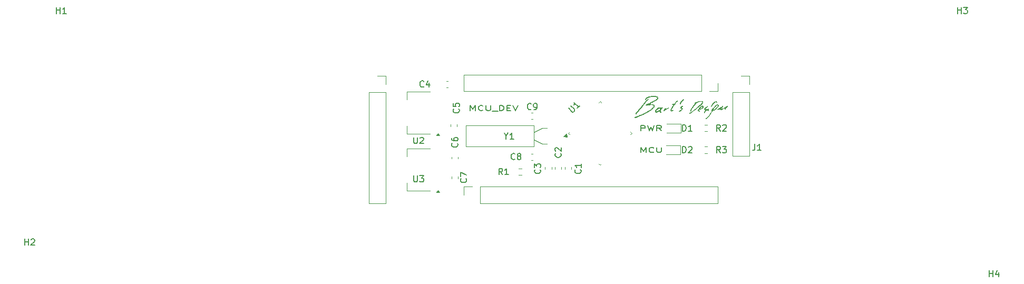
<source format=gbr>
%TF.GenerationSoftware,KiCad,Pcbnew,8.0.0-1.fc39*%
%TF.CreationDate,2024-05-13T23:19:07+02:00*%
%TF.ProjectId,mcu_dev,6d63755f-6465-4762-9e6b-696361645f70,rev?*%
%TF.SameCoordinates,Original*%
%TF.FileFunction,Legend,Top*%
%TF.FilePolarity,Positive*%
%FSLAX46Y46*%
G04 Gerber Fmt 4.6, Leading zero omitted, Abs format (unit mm)*
G04 Created by KiCad (PCBNEW 8.0.0-1.fc39) date 2024-05-13 23:19:07*
%MOMM*%
%LPD*%
G01*
G04 APERTURE LIST*
%ADD10C,0.200000*%
%ADD11C,0.150000*%
%ADD12C,0.120000*%
%ADD13C,0.000000*%
G04 APERTURE END LIST*
D10*
X157135292Y-95649695D02*
X157135292Y-94849695D01*
X157135292Y-94849695D02*
X157535292Y-95421123D01*
X157535292Y-95421123D02*
X157935292Y-94849695D01*
X157935292Y-94849695D02*
X157935292Y-95649695D01*
X159192435Y-95573504D02*
X159135292Y-95611600D01*
X159135292Y-95611600D02*
X158963864Y-95649695D01*
X158963864Y-95649695D02*
X158849578Y-95649695D01*
X158849578Y-95649695D02*
X158678149Y-95611600D01*
X158678149Y-95611600D02*
X158563864Y-95535409D01*
X158563864Y-95535409D02*
X158506721Y-95459219D01*
X158506721Y-95459219D02*
X158449578Y-95306838D01*
X158449578Y-95306838D02*
X158449578Y-95192552D01*
X158449578Y-95192552D02*
X158506721Y-95040171D01*
X158506721Y-95040171D02*
X158563864Y-94963980D01*
X158563864Y-94963980D02*
X158678149Y-94887790D01*
X158678149Y-94887790D02*
X158849578Y-94849695D01*
X158849578Y-94849695D02*
X158963864Y-94849695D01*
X158963864Y-94849695D02*
X159135292Y-94887790D01*
X159135292Y-94887790D02*
X159192435Y-94925885D01*
X159706721Y-94849695D02*
X159706721Y-95497314D01*
X159706721Y-95497314D02*
X159763864Y-95573504D01*
X159763864Y-95573504D02*
X159821007Y-95611600D01*
X159821007Y-95611600D02*
X159935292Y-95649695D01*
X159935292Y-95649695D02*
X160163864Y-95649695D01*
X160163864Y-95649695D02*
X160278149Y-95611600D01*
X160278149Y-95611600D02*
X160335292Y-95573504D01*
X160335292Y-95573504D02*
X160392435Y-95497314D01*
X160392435Y-95497314D02*
X160392435Y-94849695D01*
X160678150Y-95725885D02*
X161592435Y-95725885D01*
X161878150Y-95649695D02*
X161878150Y-94849695D01*
X161878150Y-94849695D02*
X162163864Y-94849695D01*
X162163864Y-94849695D02*
X162335293Y-94887790D01*
X162335293Y-94887790D02*
X162449578Y-94963980D01*
X162449578Y-94963980D02*
X162506721Y-95040171D01*
X162506721Y-95040171D02*
X162563864Y-95192552D01*
X162563864Y-95192552D02*
X162563864Y-95306838D01*
X162563864Y-95306838D02*
X162506721Y-95459219D01*
X162506721Y-95459219D02*
X162449578Y-95535409D01*
X162449578Y-95535409D02*
X162335293Y-95611600D01*
X162335293Y-95611600D02*
X162163864Y-95649695D01*
X162163864Y-95649695D02*
X161878150Y-95649695D01*
X163078150Y-95230647D02*
X163478150Y-95230647D01*
X163649578Y-95649695D02*
X163078150Y-95649695D01*
X163078150Y-95649695D02*
X163078150Y-94849695D01*
X163078150Y-94849695D02*
X163649578Y-94849695D01*
X163992435Y-94849695D02*
X164392435Y-95649695D01*
X164392435Y-95649695D02*
X164792435Y-94849695D01*
X184567292Y-98891695D02*
X184567292Y-98091695D01*
X184567292Y-98091695D02*
X185024435Y-98091695D01*
X185024435Y-98091695D02*
X185138720Y-98129790D01*
X185138720Y-98129790D02*
X185195863Y-98167885D01*
X185195863Y-98167885D02*
X185253006Y-98244076D01*
X185253006Y-98244076D02*
X185253006Y-98358361D01*
X185253006Y-98358361D02*
X185195863Y-98434552D01*
X185195863Y-98434552D02*
X185138720Y-98472647D01*
X185138720Y-98472647D02*
X185024435Y-98510742D01*
X185024435Y-98510742D02*
X184567292Y-98510742D01*
X185653006Y-98091695D02*
X185938720Y-98891695D01*
X185938720Y-98891695D02*
X186167292Y-98320266D01*
X186167292Y-98320266D02*
X186395863Y-98891695D01*
X186395863Y-98891695D02*
X186681578Y-98091695D01*
X187824435Y-98891695D02*
X187424435Y-98510742D01*
X187138721Y-98891695D02*
X187138721Y-98091695D01*
X187138721Y-98091695D02*
X187595864Y-98091695D01*
X187595864Y-98091695D02*
X187710149Y-98129790D01*
X187710149Y-98129790D02*
X187767292Y-98167885D01*
X187767292Y-98167885D02*
X187824435Y-98244076D01*
X187824435Y-98244076D02*
X187824435Y-98358361D01*
X187824435Y-98358361D02*
X187767292Y-98434552D01*
X187767292Y-98434552D02*
X187710149Y-98472647D01*
X187710149Y-98472647D02*
X187595864Y-98510742D01*
X187595864Y-98510742D02*
X187138721Y-98510742D01*
X184567292Y-102391695D02*
X184567292Y-101591695D01*
X184567292Y-101591695D02*
X184967292Y-102163123D01*
X184967292Y-102163123D02*
X185367292Y-101591695D01*
X185367292Y-101591695D02*
X185367292Y-102391695D01*
X186624435Y-102315504D02*
X186567292Y-102353600D01*
X186567292Y-102353600D02*
X186395864Y-102391695D01*
X186395864Y-102391695D02*
X186281578Y-102391695D01*
X186281578Y-102391695D02*
X186110149Y-102353600D01*
X186110149Y-102353600D02*
X185995864Y-102277409D01*
X185995864Y-102277409D02*
X185938721Y-102201219D01*
X185938721Y-102201219D02*
X185881578Y-102048838D01*
X185881578Y-102048838D02*
X185881578Y-101934552D01*
X185881578Y-101934552D02*
X185938721Y-101782171D01*
X185938721Y-101782171D02*
X185995864Y-101705980D01*
X185995864Y-101705980D02*
X186110149Y-101629790D01*
X186110149Y-101629790D02*
X186281578Y-101591695D01*
X186281578Y-101591695D02*
X186395864Y-101591695D01*
X186395864Y-101591695D02*
X186567292Y-101629790D01*
X186567292Y-101629790D02*
X186624435Y-101667885D01*
X187138721Y-101591695D02*
X187138721Y-102239314D01*
X187138721Y-102239314D02*
X187195864Y-102315504D01*
X187195864Y-102315504D02*
X187253007Y-102353600D01*
X187253007Y-102353600D02*
X187367292Y-102391695D01*
X187367292Y-102391695D02*
X187595864Y-102391695D01*
X187595864Y-102391695D02*
X187710149Y-102353600D01*
X187710149Y-102353600D02*
X187767292Y-102315504D01*
X187767292Y-102315504D02*
X187824435Y-102239314D01*
X187824435Y-102239314D02*
X187824435Y-101591695D01*
D11*
X240538095Y-122374819D02*
X240538095Y-121374819D01*
X240538095Y-121851009D02*
X241109523Y-121851009D01*
X241109523Y-122374819D02*
X241109523Y-121374819D01*
X242014285Y-121708152D02*
X242014285Y-122374819D01*
X241776190Y-121327200D02*
X241538095Y-122041485D01*
X241538095Y-122041485D02*
X242157142Y-122041485D01*
X235458095Y-80074819D02*
X235458095Y-79074819D01*
X235458095Y-79551009D02*
X236029523Y-79551009D01*
X236029523Y-80074819D02*
X236029523Y-79074819D01*
X236410476Y-79074819D02*
X237029523Y-79074819D01*
X237029523Y-79074819D02*
X236696190Y-79455771D01*
X236696190Y-79455771D02*
X236839047Y-79455771D01*
X236839047Y-79455771D02*
X236934285Y-79503390D01*
X236934285Y-79503390D02*
X236981904Y-79551009D01*
X236981904Y-79551009D02*
X237029523Y-79646247D01*
X237029523Y-79646247D02*
X237029523Y-79884342D01*
X237029523Y-79884342D02*
X236981904Y-79979580D01*
X236981904Y-79979580D02*
X236934285Y-80027200D01*
X236934285Y-80027200D02*
X236839047Y-80074819D01*
X236839047Y-80074819D02*
X236553333Y-80074819D01*
X236553333Y-80074819D02*
X236458095Y-80027200D01*
X236458095Y-80027200D02*
X236410476Y-79979580D01*
X85598095Y-117294819D02*
X85598095Y-116294819D01*
X85598095Y-116771009D02*
X86169523Y-116771009D01*
X86169523Y-117294819D02*
X86169523Y-116294819D01*
X86598095Y-116390057D02*
X86645714Y-116342438D01*
X86645714Y-116342438D02*
X86740952Y-116294819D01*
X86740952Y-116294819D02*
X86979047Y-116294819D01*
X86979047Y-116294819D02*
X87074285Y-116342438D01*
X87074285Y-116342438D02*
X87121904Y-116390057D01*
X87121904Y-116390057D02*
X87169523Y-116485295D01*
X87169523Y-116485295D02*
X87169523Y-116580533D01*
X87169523Y-116580533D02*
X87121904Y-116723390D01*
X87121904Y-116723390D02*
X86550476Y-117294819D01*
X86550476Y-117294819D02*
X87169523Y-117294819D01*
X90678095Y-80074819D02*
X90678095Y-79074819D01*
X90678095Y-79551009D02*
X91249523Y-79551009D01*
X91249523Y-80074819D02*
X91249523Y-79074819D01*
X92249523Y-80074819D02*
X91678095Y-80074819D01*
X91963809Y-80074819D02*
X91963809Y-79074819D01*
X91963809Y-79074819D02*
X91868571Y-79217676D01*
X91868571Y-79217676D02*
X91773333Y-79312914D01*
X91773333Y-79312914D02*
X91678095Y-79360533D01*
X174859580Y-105166666D02*
X174907200Y-105214285D01*
X174907200Y-105214285D02*
X174954819Y-105357142D01*
X174954819Y-105357142D02*
X174954819Y-105452380D01*
X174954819Y-105452380D02*
X174907200Y-105595237D01*
X174907200Y-105595237D02*
X174811961Y-105690475D01*
X174811961Y-105690475D02*
X174716723Y-105738094D01*
X174716723Y-105738094D02*
X174526247Y-105785713D01*
X174526247Y-105785713D02*
X174383390Y-105785713D01*
X174383390Y-105785713D02*
X174192914Y-105738094D01*
X174192914Y-105738094D02*
X174097676Y-105690475D01*
X174097676Y-105690475D02*
X174002438Y-105595237D01*
X174002438Y-105595237D02*
X173954819Y-105452380D01*
X173954819Y-105452380D02*
X173954819Y-105357142D01*
X173954819Y-105357142D02*
X174002438Y-105214285D01*
X174002438Y-105214285D02*
X174050057Y-105166666D01*
X174954819Y-104214285D02*
X174954819Y-104785713D01*
X174954819Y-104499999D02*
X173954819Y-104499999D01*
X173954819Y-104499999D02*
X174097676Y-104595237D01*
X174097676Y-104595237D02*
X174192914Y-104690475D01*
X174192914Y-104690475D02*
X174240533Y-104785713D01*
X197333333Y-102454819D02*
X197000000Y-101978628D01*
X196761905Y-102454819D02*
X196761905Y-101454819D01*
X196761905Y-101454819D02*
X197142857Y-101454819D01*
X197142857Y-101454819D02*
X197238095Y-101502438D01*
X197238095Y-101502438D02*
X197285714Y-101550057D01*
X197285714Y-101550057D02*
X197333333Y-101645295D01*
X197333333Y-101645295D02*
X197333333Y-101788152D01*
X197333333Y-101788152D02*
X197285714Y-101883390D01*
X197285714Y-101883390D02*
X197238095Y-101931009D01*
X197238095Y-101931009D02*
X197142857Y-101978628D01*
X197142857Y-101978628D02*
X196761905Y-101978628D01*
X197666667Y-101454819D02*
X198285714Y-101454819D01*
X198285714Y-101454819D02*
X197952381Y-101835771D01*
X197952381Y-101835771D02*
X198095238Y-101835771D01*
X198095238Y-101835771D02*
X198190476Y-101883390D01*
X198190476Y-101883390D02*
X198238095Y-101931009D01*
X198238095Y-101931009D02*
X198285714Y-102026247D01*
X198285714Y-102026247D02*
X198285714Y-102264342D01*
X198285714Y-102264342D02*
X198238095Y-102359580D01*
X198238095Y-102359580D02*
X198190476Y-102407200D01*
X198190476Y-102407200D02*
X198095238Y-102454819D01*
X198095238Y-102454819D02*
X197809524Y-102454819D01*
X197809524Y-102454819D02*
X197714286Y-102407200D01*
X197714286Y-102407200D02*
X197666667Y-102359580D01*
X155299580Y-95416666D02*
X155347200Y-95464285D01*
X155347200Y-95464285D02*
X155394819Y-95607142D01*
X155394819Y-95607142D02*
X155394819Y-95702380D01*
X155394819Y-95702380D02*
X155347200Y-95845237D01*
X155347200Y-95845237D02*
X155251961Y-95940475D01*
X155251961Y-95940475D02*
X155156723Y-95988094D01*
X155156723Y-95988094D02*
X154966247Y-96035713D01*
X154966247Y-96035713D02*
X154823390Y-96035713D01*
X154823390Y-96035713D02*
X154632914Y-95988094D01*
X154632914Y-95988094D02*
X154537676Y-95940475D01*
X154537676Y-95940475D02*
X154442438Y-95845237D01*
X154442438Y-95845237D02*
X154394819Y-95702380D01*
X154394819Y-95702380D02*
X154394819Y-95607142D01*
X154394819Y-95607142D02*
X154442438Y-95464285D01*
X154442438Y-95464285D02*
X154490057Y-95416666D01*
X154394819Y-94511904D02*
X154394819Y-94988094D01*
X154394819Y-94988094D02*
X154871009Y-95035713D01*
X154871009Y-95035713D02*
X154823390Y-94988094D01*
X154823390Y-94988094D02*
X154775771Y-94892856D01*
X154775771Y-94892856D02*
X154775771Y-94654761D01*
X154775771Y-94654761D02*
X154823390Y-94559523D01*
X154823390Y-94559523D02*
X154871009Y-94511904D01*
X154871009Y-94511904D02*
X154966247Y-94464285D01*
X154966247Y-94464285D02*
X155204342Y-94464285D01*
X155204342Y-94464285D02*
X155299580Y-94511904D01*
X155299580Y-94511904D02*
X155347200Y-94559523D01*
X155347200Y-94559523D02*
X155394819Y-94654761D01*
X155394819Y-94654761D02*
X155394819Y-94892856D01*
X155394819Y-94892856D02*
X155347200Y-94988094D01*
X155347200Y-94988094D02*
X155299580Y-95035713D01*
X202866666Y-101054819D02*
X202866666Y-101769104D01*
X202866666Y-101769104D02*
X202819047Y-101911961D01*
X202819047Y-101911961D02*
X202723809Y-102007200D01*
X202723809Y-102007200D02*
X202580952Y-102054819D01*
X202580952Y-102054819D02*
X202485714Y-102054819D01*
X203866666Y-102054819D02*
X203295238Y-102054819D01*
X203580952Y-102054819D02*
X203580952Y-101054819D01*
X203580952Y-101054819D02*
X203485714Y-101197676D01*
X203485714Y-101197676D02*
X203390476Y-101292914D01*
X203390476Y-101292914D02*
X203295238Y-101340533D01*
X155058580Y-100917666D02*
X155106200Y-100965285D01*
X155106200Y-100965285D02*
X155153819Y-101108142D01*
X155153819Y-101108142D02*
X155153819Y-101203380D01*
X155153819Y-101203380D02*
X155106200Y-101346237D01*
X155106200Y-101346237D02*
X155010961Y-101441475D01*
X155010961Y-101441475D02*
X154915723Y-101489094D01*
X154915723Y-101489094D02*
X154725247Y-101536713D01*
X154725247Y-101536713D02*
X154582390Y-101536713D01*
X154582390Y-101536713D02*
X154391914Y-101489094D01*
X154391914Y-101489094D02*
X154296676Y-101441475D01*
X154296676Y-101441475D02*
X154201438Y-101346237D01*
X154201438Y-101346237D02*
X154153819Y-101203380D01*
X154153819Y-101203380D02*
X154153819Y-101108142D01*
X154153819Y-101108142D02*
X154201438Y-100965285D01*
X154201438Y-100965285D02*
X154249057Y-100917666D01*
X154153819Y-100060523D02*
X154153819Y-100250999D01*
X154153819Y-100250999D02*
X154201438Y-100346237D01*
X154201438Y-100346237D02*
X154249057Y-100393856D01*
X154249057Y-100393856D02*
X154391914Y-100489094D01*
X154391914Y-100489094D02*
X154582390Y-100536713D01*
X154582390Y-100536713D02*
X154963342Y-100536713D01*
X154963342Y-100536713D02*
X155058580Y-100489094D01*
X155058580Y-100489094D02*
X155106200Y-100441475D01*
X155106200Y-100441475D02*
X155153819Y-100346237D01*
X155153819Y-100346237D02*
X155153819Y-100155761D01*
X155153819Y-100155761D02*
X155106200Y-100060523D01*
X155106200Y-100060523D02*
X155058580Y-100012904D01*
X155058580Y-100012904D02*
X154963342Y-99965285D01*
X154963342Y-99965285D02*
X154725247Y-99965285D01*
X154725247Y-99965285D02*
X154630009Y-100012904D01*
X154630009Y-100012904D02*
X154582390Y-100060523D01*
X154582390Y-100060523D02*
X154534771Y-100155761D01*
X154534771Y-100155761D02*
X154534771Y-100346237D01*
X154534771Y-100346237D02*
X154582390Y-100441475D01*
X154582390Y-100441475D02*
X154630009Y-100489094D01*
X154630009Y-100489094D02*
X154725247Y-100536713D01*
X172917962Y-95295458D02*
X173490382Y-95867878D01*
X173490382Y-95867878D02*
X173591397Y-95901550D01*
X173591397Y-95901550D02*
X173658741Y-95901550D01*
X173658741Y-95901550D02*
X173759756Y-95867878D01*
X173759756Y-95867878D02*
X173894443Y-95733191D01*
X173894443Y-95733191D02*
X173928115Y-95632176D01*
X173928115Y-95632176D02*
X173928115Y-95564832D01*
X173928115Y-95564832D02*
X173894443Y-95463817D01*
X173894443Y-95463817D02*
X173322023Y-94891397D01*
X174736237Y-94891397D02*
X174332176Y-95295458D01*
X174534206Y-95093428D02*
X173827100Y-94386321D01*
X173827100Y-94386321D02*
X173860771Y-94554680D01*
X173860771Y-94554680D02*
X173860771Y-94689367D01*
X173860771Y-94689367D02*
X173827100Y-94790382D01*
X149693333Y-91799580D02*
X149645714Y-91847200D01*
X149645714Y-91847200D02*
X149502857Y-91894819D01*
X149502857Y-91894819D02*
X149407619Y-91894819D01*
X149407619Y-91894819D02*
X149264762Y-91847200D01*
X149264762Y-91847200D02*
X149169524Y-91751961D01*
X149169524Y-91751961D02*
X149121905Y-91656723D01*
X149121905Y-91656723D02*
X149074286Y-91466247D01*
X149074286Y-91466247D02*
X149074286Y-91323390D01*
X149074286Y-91323390D02*
X149121905Y-91132914D01*
X149121905Y-91132914D02*
X149169524Y-91037676D01*
X149169524Y-91037676D02*
X149264762Y-90942438D01*
X149264762Y-90942438D02*
X149407619Y-90894819D01*
X149407619Y-90894819D02*
X149502857Y-90894819D01*
X149502857Y-90894819D02*
X149645714Y-90942438D01*
X149645714Y-90942438D02*
X149693333Y-90990057D01*
X150550476Y-91228152D02*
X150550476Y-91894819D01*
X150312381Y-90847200D02*
X150074286Y-91561485D01*
X150074286Y-91561485D02*
X150693333Y-91561485D01*
X166933333Y-95429580D02*
X166885714Y-95477200D01*
X166885714Y-95477200D02*
X166742857Y-95524819D01*
X166742857Y-95524819D02*
X166647619Y-95524819D01*
X166647619Y-95524819D02*
X166504762Y-95477200D01*
X166504762Y-95477200D02*
X166409524Y-95381961D01*
X166409524Y-95381961D02*
X166361905Y-95286723D01*
X166361905Y-95286723D02*
X166314286Y-95096247D01*
X166314286Y-95096247D02*
X166314286Y-94953390D01*
X166314286Y-94953390D02*
X166361905Y-94762914D01*
X166361905Y-94762914D02*
X166409524Y-94667676D01*
X166409524Y-94667676D02*
X166504762Y-94572438D01*
X166504762Y-94572438D02*
X166647619Y-94524819D01*
X166647619Y-94524819D02*
X166742857Y-94524819D01*
X166742857Y-94524819D02*
X166885714Y-94572438D01*
X166885714Y-94572438D02*
X166933333Y-94620057D01*
X167409524Y-95524819D02*
X167600000Y-95524819D01*
X167600000Y-95524819D02*
X167695238Y-95477200D01*
X167695238Y-95477200D02*
X167742857Y-95429580D01*
X167742857Y-95429580D02*
X167838095Y-95286723D01*
X167838095Y-95286723D02*
X167885714Y-95096247D01*
X167885714Y-95096247D02*
X167885714Y-94715295D01*
X167885714Y-94715295D02*
X167838095Y-94620057D01*
X167838095Y-94620057D02*
X167790476Y-94572438D01*
X167790476Y-94572438D02*
X167695238Y-94524819D01*
X167695238Y-94524819D02*
X167504762Y-94524819D01*
X167504762Y-94524819D02*
X167409524Y-94572438D01*
X167409524Y-94572438D02*
X167361905Y-94620057D01*
X167361905Y-94620057D02*
X167314286Y-94715295D01*
X167314286Y-94715295D02*
X167314286Y-94953390D01*
X167314286Y-94953390D02*
X167361905Y-95048628D01*
X167361905Y-95048628D02*
X167409524Y-95096247D01*
X167409524Y-95096247D02*
X167504762Y-95143866D01*
X167504762Y-95143866D02*
X167695238Y-95143866D01*
X167695238Y-95143866D02*
X167790476Y-95096247D01*
X167790476Y-95096247D02*
X167838095Y-95048628D01*
X167838095Y-95048628D02*
X167885714Y-94953390D01*
X162333333Y-105954819D02*
X162000000Y-105478628D01*
X161761905Y-105954819D02*
X161761905Y-104954819D01*
X161761905Y-104954819D02*
X162142857Y-104954819D01*
X162142857Y-104954819D02*
X162238095Y-105002438D01*
X162238095Y-105002438D02*
X162285714Y-105050057D01*
X162285714Y-105050057D02*
X162333333Y-105145295D01*
X162333333Y-105145295D02*
X162333333Y-105288152D01*
X162333333Y-105288152D02*
X162285714Y-105383390D01*
X162285714Y-105383390D02*
X162238095Y-105431009D01*
X162238095Y-105431009D02*
X162142857Y-105478628D01*
X162142857Y-105478628D02*
X161761905Y-105478628D01*
X163285714Y-105954819D02*
X162714286Y-105954819D01*
X163000000Y-105954819D02*
X163000000Y-104954819D01*
X163000000Y-104954819D02*
X162904762Y-105097676D01*
X162904762Y-105097676D02*
X162809524Y-105192914D01*
X162809524Y-105192914D02*
X162714286Y-105240533D01*
X168359580Y-105166666D02*
X168407200Y-105214285D01*
X168407200Y-105214285D02*
X168454819Y-105357142D01*
X168454819Y-105357142D02*
X168454819Y-105452380D01*
X168454819Y-105452380D02*
X168407200Y-105595237D01*
X168407200Y-105595237D02*
X168311961Y-105690475D01*
X168311961Y-105690475D02*
X168216723Y-105738094D01*
X168216723Y-105738094D02*
X168026247Y-105785713D01*
X168026247Y-105785713D02*
X167883390Y-105785713D01*
X167883390Y-105785713D02*
X167692914Y-105738094D01*
X167692914Y-105738094D02*
X167597676Y-105690475D01*
X167597676Y-105690475D02*
X167502438Y-105595237D01*
X167502438Y-105595237D02*
X167454819Y-105452380D01*
X167454819Y-105452380D02*
X167454819Y-105357142D01*
X167454819Y-105357142D02*
X167502438Y-105214285D01*
X167502438Y-105214285D02*
X167550057Y-105166666D01*
X167454819Y-104833332D02*
X167454819Y-104214285D01*
X167454819Y-104214285D02*
X167835771Y-104547618D01*
X167835771Y-104547618D02*
X167835771Y-104404761D01*
X167835771Y-104404761D02*
X167883390Y-104309523D01*
X167883390Y-104309523D02*
X167931009Y-104261904D01*
X167931009Y-104261904D02*
X168026247Y-104214285D01*
X168026247Y-104214285D02*
X168264342Y-104214285D01*
X168264342Y-104214285D02*
X168359580Y-104261904D01*
X168359580Y-104261904D02*
X168407200Y-104309523D01*
X168407200Y-104309523D02*
X168454819Y-104404761D01*
X168454819Y-104404761D02*
X168454819Y-104690475D01*
X168454819Y-104690475D02*
X168407200Y-104785713D01*
X168407200Y-104785713D02*
X168359580Y-104833332D01*
X164333333Y-103459580D02*
X164285714Y-103507200D01*
X164285714Y-103507200D02*
X164142857Y-103554819D01*
X164142857Y-103554819D02*
X164047619Y-103554819D01*
X164047619Y-103554819D02*
X163904762Y-103507200D01*
X163904762Y-103507200D02*
X163809524Y-103411961D01*
X163809524Y-103411961D02*
X163761905Y-103316723D01*
X163761905Y-103316723D02*
X163714286Y-103126247D01*
X163714286Y-103126247D02*
X163714286Y-102983390D01*
X163714286Y-102983390D02*
X163761905Y-102792914D01*
X163761905Y-102792914D02*
X163809524Y-102697676D01*
X163809524Y-102697676D02*
X163904762Y-102602438D01*
X163904762Y-102602438D02*
X164047619Y-102554819D01*
X164047619Y-102554819D02*
X164142857Y-102554819D01*
X164142857Y-102554819D02*
X164285714Y-102602438D01*
X164285714Y-102602438D02*
X164333333Y-102650057D01*
X164904762Y-102983390D02*
X164809524Y-102935771D01*
X164809524Y-102935771D02*
X164761905Y-102888152D01*
X164761905Y-102888152D02*
X164714286Y-102792914D01*
X164714286Y-102792914D02*
X164714286Y-102745295D01*
X164714286Y-102745295D02*
X164761905Y-102650057D01*
X164761905Y-102650057D02*
X164809524Y-102602438D01*
X164809524Y-102602438D02*
X164904762Y-102554819D01*
X164904762Y-102554819D02*
X165095238Y-102554819D01*
X165095238Y-102554819D02*
X165190476Y-102602438D01*
X165190476Y-102602438D02*
X165238095Y-102650057D01*
X165238095Y-102650057D02*
X165285714Y-102745295D01*
X165285714Y-102745295D02*
X165285714Y-102792914D01*
X165285714Y-102792914D02*
X165238095Y-102888152D01*
X165238095Y-102888152D02*
X165190476Y-102935771D01*
X165190476Y-102935771D02*
X165095238Y-102983390D01*
X165095238Y-102983390D02*
X164904762Y-102983390D01*
X164904762Y-102983390D02*
X164809524Y-103031009D01*
X164809524Y-103031009D02*
X164761905Y-103078628D01*
X164761905Y-103078628D02*
X164714286Y-103173866D01*
X164714286Y-103173866D02*
X164714286Y-103364342D01*
X164714286Y-103364342D02*
X164761905Y-103459580D01*
X164761905Y-103459580D02*
X164809524Y-103507200D01*
X164809524Y-103507200D02*
X164904762Y-103554819D01*
X164904762Y-103554819D02*
X165095238Y-103554819D01*
X165095238Y-103554819D02*
X165190476Y-103507200D01*
X165190476Y-103507200D02*
X165238095Y-103459580D01*
X165238095Y-103459580D02*
X165285714Y-103364342D01*
X165285714Y-103364342D02*
X165285714Y-103173866D01*
X165285714Y-103173866D02*
X165238095Y-103078628D01*
X165238095Y-103078628D02*
X165190476Y-103031009D01*
X165190476Y-103031009D02*
X165095238Y-102983390D01*
X148082095Y-106134819D02*
X148082095Y-106944342D01*
X148082095Y-106944342D02*
X148129714Y-107039580D01*
X148129714Y-107039580D02*
X148177333Y-107087200D01*
X148177333Y-107087200D02*
X148272571Y-107134819D01*
X148272571Y-107134819D02*
X148463047Y-107134819D01*
X148463047Y-107134819D02*
X148558285Y-107087200D01*
X148558285Y-107087200D02*
X148605904Y-107039580D01*
X148605904Y-107039580D02*
X148653523Y-106944342D01*
X148653523Y-106944342D02*
X148653523Y-106134819D01*
X149034476Y-106134819D02*
X149653523Y-106134819D01*
X149653523Y-106134819D02*
X149320190Y-106515771D01*
X149320190Y-106515771D02*
X149463047Y-106515771D01*
X149463047Y-106515771D02*
X149558285Y-106563390D01*
X149558285Y-106563390D02*
X149605904Y-106611009D01*
X149605904Y-106611009D02*
X149653523Y-106706247D01*
X149653523Y-106706247D02*
X149653523Y-106944342D01*
X149653523Y-106944342D02*
X149605904Y-107039580D01*
X149605904Y-107039580D02*
X149558285Y-107087200D01*
X149558285Y-107087200D02*
X149463047Y-107134819D01*
X149463047Y-107134819D02*
X149177333Y-107134819D01*
X149177333Y-107134819D02*
X149082095Y-107087200D01*
X149082095Y-107087200D02*
X149034476Y-107039580D01*
X171669580Y-102556666D02*
X171717200Y-102604285D01*
X171717200Y-102604285D02*
X171764819Y-102747142D01*
X171764819Y-102747142D02*
X171764819Y-102842380D01*
X171764819Y-102842380D02*
X171717200Y-102985237D01*
X171717200Y-102985237D02*
X171621961Y-103080475D01*
X171621961Y-103080475D02*
X171526723Y-103128094D01*
X171526723Y-103128094D02*
X171336247Y-103175713D01*
X171336247Y-103175713D02*
X171193390Y-103175713D01*
X171193390Y-103175713D02*
X171002914Y-103128094D01*
X171002914Y-103128094D02*
X170907676Y-103080475D01*
X170907676Y-103080475D02*
X170812438Y-102985237D01*
X170812438Y-102985237D02*
X170764819Y-102842380D01*
X170764819Y-102842380D02*
X170764819Y-102747142D01*
X170764819Y-102747142D02*
X170812438Y-102604285D01*
X170812438Y-102604285D02*
X170860057Y-102556666D01*
X170860057Y-102175713D02*
X170812438Y-102128094D01*
X170812438Y-102128094D02*
X170764819Y-102032856D01*
X170764819Y-102032856D02*
X170764819Y-101794761D01*
X170764819Y-101794761D02*
X170812438Y-101699523D01*
X170812438Y-101699523D02*
X170860057Y-101651904D01*
X170860057Y-101651904D02*
X170955295Y-101604285D01*
X170955295Y-101604285D02*
X171050533Y-101604285D01*
X171050533Y-101604285D02*
X171193390Y-101651904D01*
X171193390Y-101651904D02*
X171764819Y-102223332D01*
X171764819Y-102223332D02*
X171764819Y-101604285D01*
X156475580Y-106592666D02*
X156523200Y-106640285D01*
X156523200Y-106640285D02*
X156570819Y-106783142D01*
X156570819Y-106783142D02*
X156570819Y-106878380D01*
X156570819Y-106878380D02*
X156523200Y-107021237D01*
X156523200Y-107021237D02*
X156427961Y-107116475D01*
X156427961Y-107116475D02*
X156332723Y-107164094D01*
X156332723Y-107164094D02*
X156142247Y-107211713D01*
X156142247Y-107211713D02*
X155999390Y-107211713D01*
X155999390Y-107211713D02*
X155808914Y-107164094D01*
X155808914Y-107164094D02*
X155713676Y-107116475D01*
X155713676Y-107116475D02*
X155618438Y-107021237D01*
X155618438Y-107021237D02*
X155570819Y-106878380D01*
X155570819Y-106878380D02*
X155570819Y-106783142D01*
X155570819Y-106783142D02*
X155618438Y-106640285D01*
X155618438Y-106640285D02*
X155666057Y-106592666D01*
X155570819Y-106259332D02*
X155570819Y-105592666D01*
X155570819Y-105592666D02*
X156570819Y-106021237D01*
X148082095Y-99966819D02*
X148082095Y-100776342D01*
X148082095Y-100776342D02*
X148129714Y-100871580D01*
X148129714Y-100871580D02*
X148177333Y-100919200D01*
X148177333Y-100919200D02*
X148272571Y-100966819D01*
X148272571Y-100966819D02*
X148463047Y-100966819D01*
X148463047Y-100966819D02*
X148558285Y-100919200D01*
X148558285Y-100919200D02*
X148605904Y-100871580D01*
X148605904Y-100871580D02*
X148653523Y-100776342D01*
X148653523Y-100776342D02*
X148653523Y-99966819D01*
X149082095Y-100062057D02*
X149129714Y-100014438D01*
X149129714Y-100014438D02*
X149224952Y-99966819D01*
X149224952Y-99966819D02*
X149463047Y-99966819D01*
X149463047Y-99966819D02*
X149558285Y-100014438D01*
X149558285Y-100014438D02*
X149605904Y-100062057D01*
X149605904Y-100062057D02*
X149653523Y-100157295D01*
X149653523Y-100157295D02*
X149653523Y-100252533D01*
X149653523Y-100252533D02*
X149605904Y-100395390D01*
X149605904Y-100395390D02*
X149034476Y-100966819D01*
X149034476Y-100966819D02*
X149653523Y-100966819D01*
X197333333Y-98954819D02*
X197000000Y-98478628D01*
X196761905Y-98954819D02*
X196761905Y-97954819D01*
X196761905Y-97954819D02*
X197142857Y-97954819D01*
X197142857Y-97954819D02*
X197238095Y-98002438D01*
X197238095Y-98002438D02*
X197285714Y-98050057D01*
X197285714Y-98050057D02*
X197333333Y-98145295D01*
X197333333Y-98145295D02*
X197333333Y-98288152D01*
X197333333Y-98288152D02*
X197285714Y-98383390D01*
X197285714Y-98383390D02*
X197238095Y-98431009D01*
X197238095Y-98431009D02*
X197142857Y-98478628D01*
X197142857Y-98478628D02*
X196761905Y-98478628D01*
X197714286Y-98050057D02*
X197761905Y-98002438D01*
X197761905Y-98002438D02*
X197857143Y-97954819D01*
X197857143Y-97954819D02*
X198095238Y-97954819D01*
X198095238Y-97954819D02*
X198190476Y-98002438D01*
X198190476Y-98002438D02*
X198238095Y-98050057D01*
X198238095Y-98050057D02*
X198285714Y-98145295D01*
X198285714Y-98145295D02*
X198285714Y-98240533D01*
X198285714Y-98240533D02*
X198238095Y-98383390D01*
X198238095Y-98383390D02*
X197666667Y-98954819D01*
X197666667Y-98954819D02*
X198285714Y-98954819D01*
X191261905Y-98954819D02*
X191261905Y-97954819D01*
X191261905Y-97954819D02*
X191500000Y-97954819D01*
X191500000Y-97954819D02*
X191642857Y-98002438D01*
X191642857Y-98002438D02*
X191738095Y-98097676D01*
X191738095Y-98097676D02*
X191785714Y-98192914D01*
X191785714Y-98192914D02*
X191833333Y-98383390D01*
X191833333Y-98383390D02*
X191833333Y-98526247D01*
X191833333Y-98526247D02*
X191785714Y-98716723D01*
X191785714Y-98716723D02*
X191738095Y-98811961D01*
X191738095Y-98811961D02*
X191642857Y-98907200D01*
X191642857Y-98907200D02*
X191500000Y-98954819D01*
X191500000Y-98954819D02*
X191261905Y-98954819D01*
X192785714Y-98954819D02*
X192214286Y-98954819D01*
X192500000Y-98954819D02*
X192500000Y-97954819D01*
X192500000Y-97954819D02*
X192404762Y-98097676D01*
X192404762Y-98097676D02*
X192309524Y-98192914D01*
X192309524Y-98192914D02*
X192214286Y-98240533D01*
X191261905Y-102454819D02*
X191261905Y-101454819D01*
X191261905Y-101454819D02*
X191500000Y-101454819D01*
X191500000Y-101454819D02*
X191642857Y-101502438D01*
X191642857Y-101502438D02*
X191738095Y-101597676D01*
X191738095Y-101597676D02*
X191785714Y-101692914D01*
X191785714Y-101692914D02*
X191833333Y-101883390D01*
X191833333Y-101883390D02*
X191833333Y-102026247D01*
X191833333Y-102026247D02*
X191785714Y-102216723D01*
X191785714Y-102216723D02*
X191738095Y-102311961D01*
X191738095Y-102311961D02*
X191642857Y-102407200D01*
X191642857Y-102407200D02*
X191500000Y-102454819D01*
X191500000Y-102454819D02*
X191261905Y-102454819D01*
X192214286Y-101550057D02*
X192261905Y-101502438D01*
X192261905Y-101502438D02*
X192357143Y-101454819D01*
X192357143Y-101454819D02*
X192595238Y-101454819D01*
X192595238Y-101454819D02*
X192690476Y-101502438D01*
X192690476Y-101502438D02*
X192738095Y-101550057D01*
X192738095Y-101550057D02*
X192785714Y-101645295D01*
X192785714Y-101645295D02*
X192785714Y-101740533D01*
X192785714Y-101740533D02*
X192738095Y-101883390D01*
X192738095Y-101883390D02*
X192166667Y-102454819D01*
X192166667Y-102454819D02*
X192785714Y-102454819D01*
X162923809Y-99778628D02*
X162923809Y-100254819D01*
X162590476Y-99254819D02*
X162923809Y-99778628D01*
X162923809Y-99778628D02*
X163257142Y-99254819D01*
X164114285Y-100254819D02*
X163542857Y-100254819D01*
X163828571Y-100254819D02*
X163828571Y-99254819D01*
X163828571Y-99254819D02*
X163733333Y-99397676D01*
X163733333Y-99397676D02*
X163638095Y-99492914D01*
X163638095Y-99492914D02*
X163542857Y-99540533D01*
D12*
%TO.C,J4*%
X140910000Y-92710000D02*
X140910000Y-110550000D01*
X140910000Y-92710000D02*
X143570000Y-92710000D01*
X140910000Y-110550000D02*
X143570000Y-110550000D01*
X142240000Y-90110000D02*
X143570000Y-90110000D01*
X143570000Y-90110000D02*
X143570000Y-91440000D01*
X143570000Y-92710000D02*
X143570000Y-110550000D01*
%TO.C,C1*%
X172390000Y-104774420D02*
X172390000Y-105055580D01*
X173410000Y-104774420D02*
X173410000Y-105055580D01*
%TO.C,R3*%
X194762742Y-101477500D02*
X195237258Y-101477500D01*
X194762742Y-102522500D02*
X195237258Y-102522500D01*
%TO.C,C5*%
X154024000Y-97916420D02*
X154024000Y-98197580D01*
X155044000Y-97916420D02*
X155044000Y-98197580D01*
%TO.C,J1*%
X199330000Y-92710000D02*
X199330000Y-102930000D01*
X199330000Y-92710000D02*
X201990000Y-92710000D01*
X199330000Y-102930000D02*
X201990000Y-102930000D01*
X200660000Y-90110000D02*
X201990000Y-90110000D01*
X201990000Y-90110000D02*
X201990000Y-91440000D01*
X201990000Y-92710000D02*
X201990000Y-102930000D01*
%TO.C,C6*%
X154189000Y-103110420D02*
X154189000Y-103391580D01*
X155209000Y-103110420D02*
X155209000Y-103391580D01*
%TO.C,U1*%
X172894689Y-99300000D02*
X173106821Y-99512132D01*
X173106821Y-99087868D02*
X172894689Y-99300000D01*
X177787868Y-94406821D02*
X178000000Y-94194689D01*
X178000000Y-94194689D02*
X178212132Y-94406821D01*
X178000000Y-104405311D02*
X177787868Y-104193179D01*
X178212132Y-104193179D02*
X178000000Y-104405311D01*
X182893179Y-99512132D02*
X183105311Y-99300000D01*
X183105311Y-99300000D02*
X182893179Y-99087868D01*
X172680789Y-99938164D02*
X172108033Y-99846240D01*
X172588865Y-99365407D01*
X172680789Y-99938164D01*
G36*
X172680789Y-99938164D02*
G01*
X172108033Y-99846240D01*
X172588865Y-99365407D01*
X172680789Y-99938164D01*
G37*
%TO.C,C4*%
X153275420Y-90930000D02*
X153556580Y-90930000D01*
X153275420Y-91950000D02*
X153556580Y-91950000D01*
%TO.C,C9*%
X166959420Y-95990000D02*
X167240580Y-95990000D01*
X166959420Y-97010000D02*
X167240580Y-97010000D01*
%TO.C,R1*%
X164937742Y-104977500D02*
X165412258Y-104977500D01*
X164937742Y-106022500D02*
X165412258Y-106022500D01*
%TO.C,C3*%
X169190000Y-104774420D02*
X169190000Y-105055580D01*
X170210000Y-104774420D02*
X170210000Y-105055580D01*
%TO.C,C8*%
X166959420Y-102590000D02*
X167240580Y-102590000D01*
X166959420Y-103610000D02*
X167240580Y-103610000D01*
%TO.C,U3*%
X146934000Y-101746000D02*
X146934000Y-103006000D01*
X146934000Y-108566000D02*
X146934000Y-107306000D01*
X150694000Y-101746000D02*
X146934000Y-101746000D01*
X150694000Y-108566000D02*
X146934000Y-108566000D01*
X152214000Y-108796000D02*
X151734000Y-108796000D01*
X151974000Y-108466000D01*
X152214000Y-108796000D01*
G36*
X152214000Y-108796000D02*
G01*
X151734000Y-108796000D01*
X151974000Y-108466000D01*
X152214000Y-108796000D01*
G37*
%TO.C,C2*%
X170790000Y-104774420D02*
X170790000Y-105055580D01*
X171810000Y-104774420D02*
X171810000Y-105055580D01*
%TO.C,J2*%
X156150000Y-107890000D02*
X157480000Y-107890000D01*
X156150000Y-109220000D02*
X156150000Y-107890000D01*
X158750000Y-107890000D02*
X196910000Y-107890000D01*
X158750000Y-110550000D02*
X158750000Y-107890000D01*
X158750000Y-110550000D02*
X196910000Y-110550000D01*
X196910000Y-110550000D02*
X196910000Y-107890000D01*
D13*
%TO.C,Logo1*%
G36*
X191453701Y-93854357D02*
G01*
X191470122Y-93868454D01*
X191501675Y-93913153D01*
X191500000Y-93950000D01*
X191465402Y-93977922D01*
X191436319Y-93988075D01*
X191376387Y-94016604D01*
X191307283Y-94069173D01*
X191233930Y-94139641D01*
X191161248Y-94221870D01*
X191094159Y-94309717D01*
X191037582Y-94397045D01*
X190996440Y-94477711D01*
X190975652Y-94545577D01*
X190974095Y-94564822D01*
X190965799Y-94598199D01*
X190946274Y-94635557D01*
X190923569Y-94663772D01*
X190908984Y-94671009D01*
X190883657Y-94664027D01*
X190875385Y-94660912D01*
X190839642Y-94629483D01*
X190818638Y-94575426D01*
X190815162Y-94508166D01*
X190820331Y-94474878D01*
X190850151Y-94379159D01*
X190897657Y-94287075D01*
X190966975Y-94192035D01*
X191062228Y-94087448D01*
X191063706Y-94085945D01*
X191164092Y-93987421D01*
X191246689Y-93914813D01*
X191314222Y-93866661D01*
X191369418Y-93841507D01*
X191415002Y-93837892D01*
X191453701Y-93854357D01*
G37*
G36*
X196702231Y-94181334D02*
G01*
X196711684Y-94185590D01*
X196757479Y-94216909D01*
X196792636Y-94258352D01*
X196814657Y-94302726D01*
X196821045Y-94342842D01*
X196809302Y-94371507D01*
X196779761Y-94381585D01*
X196749330Y-94371138D01*
X196709016Y-94345237D01*
X196699142Y-94337309D01*
X196653115Y-94306913D01*
X196610472Y-94300884D01*
X196596957Y-94302946D01*
X196504399Y-94335970D01*
X196405691Y-94396743D01*
X196305518Y-94480564D01*
X196208565Y-94582734D01*
X196119517Y-94698553D01*
X196043059Y-94823321D01*
X196008375Y-94893381D01*
X195969353Y-94978407D01*
X195940656Y-95035696D01*
X195918971Y-95068883D01*
X195900982Y-95081603D01*
X195883375Y-95077489D01*
X195862835Y-95060176D01*
X195859380Y-95056750D01*
X195837169Y-95017963D01*
X195835172Y-94963623D01*
X195853913Y-94890323D01*
X195893912Y-94794659D01*
X195902246Y-94777204D01*
X195937976Y-94708220D01*
X195975338Y-94648748D01*
X196020821Y-94590210D01*
X196080912Y-94524030D01*
X196137431Y-94466265D01*
X196260278Y-94349890D01*
X196368797Y-94262460D01*
X196465118Y-94202931D01*
X196551376Y-94170263D01*
X196629702Y-94163411D01*
X196702231Y-94181334D01*
G37*
G36*
X189026423Y-95202442D02*
G01*
X189041071Y-95239270D01*
X189041301Y-95246429D01*
X189025265Y-95302073D01*
X188980478Y-95347729D01*
X188911920Y-95379097D01*
X188878809Y-95386705D01*
X188824673Y-95400232D01*
X188799207Y-95416227D01*
X188797943Y-95422972D01*
X188788672Y-95438580D01*
X188772287Y-95439347D01*
X188728033Y-95444551D01*
X188702379Y-95472701D01*
X188699213Y-95491642D01*
X188683526Y-95518845D01*
X188635429Y-95543044D01*
X188626709Y-95546032D01*
X188574446Y-95567786D01*
X188532459Y-95592892D01*
X188524083Y-95600082D01*
X188492343Y-95623474D01*
X188471504Y-95630205D01*
X188446145Y-95641707D01*
X188411067Y-95670284D01*
X188401527Y-95679805D01*
X188345343Y-95721275D01*
X188285215Y-95737626D01*
X188230496Y-95726766D01*
X188219941Y-95720398D01*
X188191215Y-95686595D01*
X188188364Y-95641484D01*
X188212030Y-95582421D01*
X188262857Y-95506758D01*
X188275880Y-95489980D01*
X188322340Y-95430769D01*
X188364750Y-95376018D01*
X188395366Y-95335740D01*
X188399887Y-95329629D01*
X188440558Y-95289166D01*
X188485409Y-95261329D01*
X188535588Y-95249463D01*
X188564832Y-95264614D01*
X188572744Y-95306442D01*
X188569358Y-95333247D01*
X188564993Y-95371503D01*
X188568360Y-95390336D01*
X188569596Y-95390744D01*
X188592936Y-95382820D01*
X188638335Y-95361644D01*
X188698247Y-95331113D01*
X188765129Y-95295121D01*
X188831437Y-95257564D01*
X188858146Y-95241752D01*
X188933445Y-95203644D01*
X188990042Y-95190554D01*
X189026423Y-95202442D01*
G37*
G36*
X191316590Y-94911985D02*
G01*
X191352842Y-94953197D01*
X191353944Y-94955548D01*
X191360358Y-95004888D01*
X191338828Y-95049350D01*
X191295509Y-95081335D01*
X191242444Y-95093188D01*
X191186575Y-95101713D01*
X191140637Y-95120756D01*
X191111929Y-95145572D01*
X191107750Y-95171416D01*
X191111880Y-95178083D01*
X191140642Y-95199157D01*
X191155191Y-95202595D01*
X191190595Y-95215940D01*
X191232291Y-95249092D01*
X191270371Y-95291729D01*
X191294927Y-95333526D01*
X191299079Y-95352528D01*
X191285101Y-95409328D01*
X191246833Y-95476901D01*
X191189775Y-95549200D01*
X191119423Y-95620180D01*
X191041276Y-95683793D01*
X190960833Y-95733993D01*
X190945067Y-95741837D01*
X190904086Y-95765117D01*
X190877709Y-95786994D01*
X190876291Y-95788964D01*
X190829410Y-95838096D01*
X190773142Y-95854500D01*
X190739305Y-95849715D01*
X190686543Y-95824810D01*
X190660549Y-95789385D01*
X190664236Y-95749126D01*
X190677682Y-95729445D01*
X190714498Y-95697742D01*
X190743251Y-95681580D01*
X190778808Y-95662463D01*
X190830746Y-95627979D01*
X190891652Y-95583838D01*
X190954113Y-95535754D01*
X191010717Y-95489439D01*
X191054051Y-95450605D01*
X191076702Y-95424965D01*
X191077047Y-95424345D01*
X191088404Y-95403013D01*
X191090179Y-95388667D01*
X191077016Y-95375262D01*
X191043561Y-95356755D01*
X190996090Y-95332959D01*
X190920812Y-95284231D01*
X190878622Y-95230967D01*
X190869827Y-95174338D01*
X190894733Y-95115514D01*
X190928903Y-95076878D01*
X191023537Y-94997416D01*
X191112750Y-94940302D01*
X191193416Y-94906431D01*
X191262405Y-94896694D01*
X191316590Y-94911985D01*
G37*
G36*
X194466755Y-94868801D02*
G01*
X194514150Y-94887216D01*
X194528732Y-94895044D01*
X194600031Y-94951489D01*
X194640997Y-95023213D01*
X194651537Y-95092861D01*
X194647228Y-95134826D01*
X194630058Y-95170379D01*
X194593657Y-95210939D01*
X194576675Y-95227057D01*
X194452969Y-95322788D01*
X194301038Y-95407383D01*
X194133255Y-95475533D01*
X194038362Y-95508918D01*
X193971311Y-95534769D01*
X193927257Y-95555629D01*
X193901350Y-95574043D01*
X193888745Y-95592557D01*
X193885417Y-95605648D01*
X193890987Y-95631604D01*
X193919704Y-95656734D01*
X193959216Y-95678085D01*
X194006276Y-95703532D01*
X194028610Y-95725404D01*
X194033520Y-95752156D01*
X194032609Y-95763079D01*
X194026500Y-95791004D01*
X194010312Y-95805448D01*
X193974676Y-95811594D01*
X193941705Y-95813388D01*
X193883795Y-95812569D01*
X193835147Y-95806381D01*
X193820061Y-95801985D01*
X193761106Y-95760657D01*
X193725211Y-95698792D01*
X193713937Y-95622461D01*
X193728846Y-95537735D01*
X193742915Y-95501922D01*
X193781683Y-95434545D01*
X193840978Y-95352658D01*
X193871462Y-95315735D01*
X194069988Y-95315735D01*
X194070836Y-95330747D01*
X194077999Y-95336917D01*
X194098405Y-95333449D01*
X194138981Y-95319548D01*
X194184801Y-95302547D01*
X194281108Y-95261373D01*
X194365637Y-95215165D01*
X194433274Y-95167573D01*
X194478910Y-95122244D01*
X194497433Y-95082824D01*
X194497597Y-95079332D01*
X194484240Y-95045213D01*
X194448710Y-95030423D01*
X194397813Y-95036121D01*
X194353200Y-95054782D01*
X194308266Y-95083933D01*
X194254120Y-95125930D01*
X194197241Y-95174803D01*
X194144108Y-95224583D01*
X194101201Y-95269297D01*
X194075001Y-95302977D01*
X194069988Y-95315735D01*
X193871462Y-95315735D01*
X193914753Y-95263299D01*
X193996963Y-95173502D01*
X194081563Y-95090304D01*
X194142645Y-95036715D01*
X194235869Y-94962309D01*
X194309856Y-94910162D01*
X194369643Y-94878427D01*
X194420264Y-94865256D01*
X194466755Y-94868801D01*
G37*
G36*
X195274216Y-94944055D02*
G01*
X195297608Y-94979190D01*
X195300808Y-95005040D01*
X195284726Y-95050551D01*
X195240991Y-95103611D01*
X195173972Y-95159740D01*
X195107383Y-95203338D01*
X195037350Y-95250219D01*
X194976992Y-95300772D01*
X194932419Y-95348992D01*
X194909740Y-95388869D01*
X194908102Y-95399289D01*
X194923656Y-95430313D01*
X194967279Y-95449602D01*
X195034413Y-95455704D01*
X195077263Y-95453167D01*
X195183850Y-95438345D01*
X195281268Y-95417374D01*
X195360841Y-95392454D01*
X195409448Y-95368855D01*
X195449094Y-95349278D01*
X195481665Y-95352800D01*
X195491530Y-95357540D01*
X195511290Y-95372077D01*
X195519147Y-95393000D01*
X195514697Y-95427346D01*
X195497537Y-95482151D01*
X195481941Y-95525171D01*
X195467354Y-95577500D01*
X195463133Y-95621491D01*
X195464979Y-95633308D01*
X195470840Y-95687041D01*
X195454955Y-95728548D01*
X195421340Y-95749093D01*
X195411394Y-95749935D01*
X195381065Y-95743343D01*
X195357045Y-95718398D01*
X195334263Y-95673674D01*
X195311239Y-95626886D01*
X195290978Y-95594438D01*
X195283862Y-95587112D01*
X195256056Y-95587920D01*
X195209420Y-95607712D01*
X195150416Y-95642439D01*
X195085502Y-95688049D01*
X195021139Y-95740490D01*
X194983554Y-95775436D01*
X194918052Y-95846167D01*
X194875124Y-95908774D01*
X194850116Y-95966524D01*
X194820258Y-96034209D01*
X194786043Y-96069141D01*
X194762538Y-96074919D01*
X194747322Y-96064403D01*
X194729754Y-96048066D01*
X194699634Y-95995126D01*
X194697291Y-95927690D01*
X194721816Y-95849899D01*
X194772301Y-95765894D01*
X194799151Y-95731962D01*
X194846188Y-95676232D01*
X194873327Y-95639824D01*
X194881943Y-95615267D01*
X194873408Y-95595091D01*
X194849098Y-95571828D01*
X194831396Y-95556652D01*
X194790506Y-95516160D01*
X194769257Y-95476174D01*
X194759234Y-95420147D01*
X194758565Y-95413437D01*
X194755383Y-95364099D01*
X194760747Y-95329345D01*
X194779504Y-95296766D01*
X194816502Y-95253951D01*
X194824080Y-95245710D01*
X194877151Y-95195057D01*
X194945147Y-95139437D01*
X195013156Y-95091021D01*
X195072090Y-95049766D01*
X195122301Y-95009013D01*
X195154222Y-94976628D01*
X195157006Y-94972728D01*
X195194064Y-94938610D01*
X195236417Y-94929790D01*
X195274216Y-94944055D01*
G37*
G36*
X198471711Y-94904055D02*
G01*
X198505953Y-94925943D01*
X198530214Y-94955290D01*
X198534177Y-94970061D01*
X198523439Y-94989020D01*
X198493961Y-95028397D01*
X198449788Y-95083095D01*
X198394963Y-95148014D01*
X198371966Y-95174546D01*
X198299734Y-95259484D01*
X198247852Y-95326331D01*
X198212273Y-95380972D01*
X198188946Y-95429292D01*
X198180747Y-95452492D01*
X198162222Y-95505458D01*
X198145274Y-95533146D01*
X198123304Y-95543494D01*
X198104099Y-95544683D01*
X198059005Y-95530753D01*
X198032599Y-95491908D01*
X198025969Y-95432569D01*
X198040201Y-95357155D01*
X198050571Y-95327103D01*
X198048197Y-95308928D01*
X198022262Y-95309570D01*
X197976824Y-95327663D01*
X197915941Y-95361840D01*
X197881957Y-95383872D01*
X197776990Y-95449540D01*
X197673464Y-95504971D01*
X197576759Y-95547985D01*
X197492255Y-95576404D01*
X197425334Y-95588047D01*
X197388237Y-95583878D01*
X197332685Y-95547412D01*
X197290973Y-95489432D01*
X197274549Y-95438772D01*
X197266589Y-95397294D01*
X197259710Y-95374910D01*
X197258375Y-95373639D01*
X197232964Y-95382918D01*
X197189852Y-95406666D01*
X197138650Y-95438754D01*
X197088966Y-95473050D01*
X197050409Y-95503423D01*
X197041006Y-95512318D01*
X196985191Y-95552471D01*
X196928997Y-95562643D01*
X196878837Y-95543114D01*
X196845948Y-95503769D01*
X196834738Y-95473399D01*
X196839577Y-95445991D01*
X196864036Y-95418029D01*
X196911686Y-95385999D01*
X196986101Y-95346386D01*
X197025738Y-95326865D01*
X197103427Y-95286635D01*
X197194429Y-95235555D01*
X197292104Y-95177772D01*
X197389812Y-95117433D01*
X197480913Y-95058686D01*
X197558766Y-95005676D01*
X197616733Y-94962551D01*
X197637353Y-94944903D01*
X197681354Y-94919274D01*
X197729163Y-94913711D01*
X197770627Y-94926390D01*
X197795593Y-94955489D01*
X197798742Y-94973885D01*
X197787252Y-94993601D01*
X197755999Y-95031570D01*
X197709804Y-95082263D01*
X197655573Y-95138069D01*
X197573155Y-95224397D01*
X197513355Y-95295595D01*
X197477323Y-95350015D01*
X197466208Y-95386009D01*
X197473476Y-95399121D01*
X197505584Y-95401074D01*
X197563261Y-95385012D01*
X197643840Y-95352236D01*
X197744655Y-95304046D01*
X197863040Y-95241744D01*
X197996330Y-95166631D01*
X198141858Y-95080007D01*
X198197298Y-95045903D01*
X198275806Y-94997586D01*
X198345360Y-94955498D01*
X198400166Y-94923091D01*
X198434430Y-94903816D01*
X198441672Y-94900320D01*
X198471711Y-94904055D01*
G37*
G36*
X185833690Y-93784458D02*
G01*
X185842782Y-93815382D01*
X185840714Y-93835801D01*
X185831237Y-93855502D01*
X185809442Y-93880089D01*
X185770420Y-93915165D01*
X185713862Y-93962528D01*
X185617152Y-94047815D01*
X185523957Y-94141666D01*
X185430068Y-94249026D01*
X185331276Y-94374838D01*
X185223372Y-94524046D01*
X185169452Y-94601995D01*
X185101587Y-94697909D01*
X185018110Y-94810754D01*
X184925501Y-94932187D01*
X184830244Y-95053863D01*
X184738821Y-95167438D01*
X184657714Y-95264567D01*
X184629328Y-95297267D01*
X184587925Y-95344624D01*
X184534926Y-95405754D01*
X184480945Y-95468411D01*
X184474432Y-95476003D01*
X184414808Y-95544197D01*
X184345582Y-95621389D01*
X184280836Y-95691895D01*
X184275348Y-95697762D01*
X184146465Y-95838327D01*
X184043251Y-95957598D01*
X183965834Y-96055409D01*
X183914346Y-96131595D01*
X183888915Y-96185991D01*
X183887201Y-96193019D01*
X183870992Y-96245936D01*
X183848975Y-96283288D01*
X183826648Y-96295925D01*
X183802700Y-96289478D01*
X183790257Y-96285196D01*
X183738001Y-96252497D01*
X183700618Y-96203822D01*
X183687631Y-96155202D01*
X183694350Y-96112228D01*
X183715731Y-96061126D01*
X183753609Y-95999445D01*
X183809822Y-95924737D01*
X183886205Y-95834552D01*
X183984593Y-95726442D01*
X184100265Y-95604749D01*
X184168152Y-95533785D01*
X184231521Y-95466446D01*
X184284663Y-95408878D01*
X184321870Y-95367226D01*
X184330899Y-95356535D01*
X184362549Y-95318553D01*
X184385115Y-95292847D01*
X184389818Y-95288117D01*
X184408609Y-95268383D01*
X184443474Y-95228787D01*
X184488828Y-95175949D01*
X184539085Y-95116487D01*
X184588662Y-95057020D01*
X184631974Y-95004167D01*
X184663435Y-94964546D01*
X184668791Y-94957489D01*
X184709827Y-94905463D01*
X184752140Y-94856073D01*
X184762845Y-94844486D01*
X184798177Y-94804164D01*
X184844722Y-94746820D01*
X184896568Y-94680247D01*
X184947802Y-94612238D01*
X184992512Y-94550586D01*
X185024784Y-94503085D01*
X185035391Y-94485246D01*
X185063001Y-94440879D01*
X185099902Y-94391749D01*
X185139144Y-94345924D01*
X185173773Y-94311468D01*
X185196838Y-94296448D01*
X185198237Y-94296325D01*
X185204691Y-94303102D01*
X185192816Y-94313168D01*
X185177189Y-94326414D01*
X185193595Y-94329956D01*
X185197418Y-94330010D01*
X185218680Y-94322527D01*
X185218563Y-94294146D01*
X185217556Y-94289949D01*
X185223600Y-94251675D01*
X185253477Y-94198708D01*
X185302617Y-94135417D01*
X185366451Y-94066176D01*
X185440408Y-93995354D01*
X185519917Y-93927323D01*
X185600410Y-93866455D01*
X185677315Y-93817119D01*
X185746062Y-93783688D01*
X185747382Y-93783190D01*
X185801487Y-93771469D01*
X185833690Y-93784458D01*
G37*
G36*
X190454468Y-94066117D02*
G01*
X190486281Y-94096458D01*
X190495173Y-94144886D01*
X190490157Y-94177231D01*
X190468872Y-94196481D01*
X190428722Y-94210012D01*
X190376601Y-94235008D01*
X190316880Y-94284992D01*
X190247399Y-94362076D01*
X190170267Y-94462487D01*
X190145419Y-94498930D01*
X190139891Y-94521153D01*
X190152518Y-94542331D01*
X190162232Y-94553286D01*
X190182525Y-94585397D01*
X190179559Y-94615051D01*
X190150759Y-94645199D01*
X190093546Y-94678792D01*
X190025083Y-94710348D01*
X189983599Y-94740137D01*
X189944344Y-94786992D01*
X189935971Y-94800738D01*
X189900520Y-94856274D01*
X189855853Y-94916081D01*
X189837944Y-94937478D01*
X189793740Y-94994151D01*
X189742030Y-95070194D01*
X189686850Y-95158534D01*
X189632231Y-95252097D01*
X189582209Y-95343813D01*
X189540817Y-95426607D01*
X189512089Y-95493408D01*
X189501611Y-95527160D01*
X189493372Y-95579898D01*
X189492962Y-95618621D01*
X189497072Y-95630716D01*
X189518360Y-95630929D01*
X189562705Y-95619238D01*
X189622049Y-95597961D01*
X189648506Y-95587148D01*
X189726063Y-95555173D01*
X189777681Y-95536740D01*
X189808472Y-95531038D01*
X189823549Y-95537258D01*
X189828027Y-95554590D01*
X189828102Y-95558709D01*
X189817270Y-95589008D01*
X189790061Y-95631014D01*
X189754407Y-95675165D01*
X189718239Y-95711896D01*
X189689488Y-95731646D01*
X189683689Y-95732831D01*
X189655658Y-95742718D01*
X189618821Y-95766539D01*
X189618296Y-95766951D01*
X189567467Y-95792046D01*
X189523990Y-95790884D01*
X189482665Y-95789120D01*
X189461423Y-95799525D01*
X189445956Y-95815249D01*
X189426925Y-95809770D01*
X189398515Y-95779949D01*
X189379112Y-95755110D01*
X189345116Y-95696390D01*
X189329265Y-95631096D01*
X189332410Y-95556348D01*
X189355401Y-95469270D01*
X189399090Y-95366982D01*
X189464328Y-95246607D01*
X189551965Y-95105266D01*
X189586996Y-95051951D01*
X189651522Y-94954263D01*
X189698770Y-94881077D01*
X189730931Y-94828762D01*
X189750192Y-94793689D01*
X189758742Y-94772228D01*
X189759685Y-94765566D01*
X189744213Y-94761265D01*
X189703751Y-94761393D01*
X189650027Y-94765640D01*
X189588934Y-94770874D01*
X189552778Y-94769311D01*
X189532729Y-94759632D01*
X189523194Y-94746694D01*
X189513960Y-94702514D01*
X189538085Y-94663433D01*
X189595052Y-94629791D01*
X189684344Y-94601932D01*
X189765750Y-94586063D01*
X189826987Y-94575427D01*
X189872998Y-94563094D01*
X189910214Y-94544188D01*
X189945071Y-94513830D01*
X189984001Y-94467142D01*
X190033439Y-94399246D01*
X190058004Y-94364481D01*
X190137678Y-94259743D01*
X190215137Y-94173528D01*
X190287004Y-94108907D01*
X190349905Y-94068947D01*
X190396654Y-94056602D01*
X190454468Y-94066117D01*
G37*
G36*
X196947036Y-94687710D02*
G01*
X197006553Y-94729137D01*
X197047978Y-94789709D01*
X197066749Y-94862490D01*
X197058306Y-94940548D01*
X197055702Y-94948633D01*
X197017680Y-95025521D01*
X196954602Y-95114346D01*
X196871376Y-95210542D01*
X196772909Y-95309541D01*
X196664110Y-95406778D01*
X196549887Y-95497685D01*
X196435147Y-95577695D01*
X196324800Y-95642243D01*
X196293557Y-95657780D01*
X196227789Y-95688979D01*
X196169056Y-95716818D01*
X196128103Y-95736204D01*
X196122513Y-95738844D01*
X196089257Y-95767768D01*
X196049012Y-95824304D01*
X196013728Y-95887040D01*
X195857283Y-96163140D01*
X195684564Y-96417458D01*
X195498093Y-96646796D01*
X195300390Y-96847955D01*
X195166141Y-96962806D01*
X195097630Y-97013911D01*
X195048180Y-97041214D01*
X195012924Y-97045360D01*
X194986993Y-97026994D01*
X194966551Y-96989250D01*
X194952827Y-96945639D01*
X194950902Y-96914401D01*
X194952417Y-96910519D01*
X194971759Y-96892726D01*
X195011685Y-96863515D01*
X195063355Y-96829340D01*
X195230847Y-96705903D01*
X195392936Y-96551996D01*
X195546649Y-96371271D01*
X195689012Y-96167379D01*
X195817053Y-95943972D01*
X195867476Y-95841733D01*
X195905010Y-95759075D01*
X195928949Y-95697526D01*
X195941956Y-95648094D01*
X195946691Y-95601788D01*
X195946725Y-95574000D01*
X195946365Y-95539160D01*
X195948546Y-95508298D01*
X195952176Y-95492784D01*
X196234934Y-95492784D01*
X196239923Y-95509913D01*
X196243348Y-95510474D01*
X196268253Y-95503219D01*
X196310067Y-95485008D01*
X196327451Y-95476426D01*
X196446169Y-95406269D01*
X196571290Y-95315820D01*
X196691532Y-95214075D01*
X196795617Y-95110025D01*
X196815724Y-95087136D01*
X196874290Y-95013732D01*
X196909637Y-94956165D01*
X196924752Y-94908285D01*
X196923087Y-94866137D01*
X196903212Y-94842582D01*
X196862221Y-94835582D01*
X196808490Y-94844352D01*
X196750393Y-94868109D01*
X196723079Y-94884839D01*
X196670688Y-94925793D01*
X196610241Y-94980294D01*
X196546845Y-95042807D01*
X196485609Y-95107796D01*
X196431641Y-95169727D01*
X196390047Y-95223064D01*
X196365937Y-95262273D01*
X196361974Y-95276151D01*
X196352133Y-95297774D01*
X196327166Y-95334900D01*
X196311174Y-95355887D01*
X196273577Y-95408895D01*
X196247158Y-95456820D01*
X196234934Y-95492784D01*
X195952176Y-95492784D01*
X195955505Y-95478556D01*
X195969482Y-95447078D01*
X195992712Y-95411009D01*
X196027435Y-95367492D01*
X196075889Y-95313671D01*
X196140310Y-95246689D01*
X196222937Y-95163691D01*
X196326008Y-95061821D01*
X196421840Y-94967615D01*
X196525672Y-94868266D01*
X196611755Y-94792562D01*
X196684188Y-94737823D01*
X196747071Y-94701374D01*
X196804506Y-94680535D01*
X196860592Y-94672630D01*
X196873986Y-94672360D01*
X196947036Y-94687710D01*
G37*
G36*
X188063831Y-95125312D02*
G01*
X188080035Y-95137599D01*
X188099555Y-95177903D01*
X188090239Y-95224982D01*
X188054957Y-95272772D01*
X187996583Y-95315212D01*
X187995662Y-95315714D01*
X187965878Y-95340470D01*
X187924165Y-95385702D01*
X187877074Y-95443100D01*
X187831153Y-95504352D01*
X187792955Y-95561147D01*
X187770925Y-95600852D01*
X187750275Y-95667196D01*
X187741563Y-95740982D01*
X187746168Y-95806177D01*
X187751618Y-95825160D01*
X187772152Y-95851106D01*
X187809867Y-95881273D01*
X187819152Y-95887274D01*
X187870773Y-95929249D01*
X187888532Y-95970209D01*
X187872307Y-96009726D01*
X187858127Y-96023515D01*
X187807366Y-96052159D01*
X187753979Y-96051395D01*
X187694937Y-96024161D01*
X187654988Y-95991148D01*
X187613316Y-95943669D01*
X187577746Y-95892346D01*
X187556107Y-95847799D01*
X187552958Y-95831521D01*
X187544092Y-95798629D01*
X187536619Y-95784373D01*
X187521765Y-95770354D01*
X187502236Y-95779889D01*
X187484436Y-95797702D01*
X187441639Y-95836362D01*
X187390499Y-95872479D01*
X187340512Y-95900443D01*
X187301174Y-95914644D01*
X187286974Y-95914361D01*
X187259629Y-95918604D01*
X187221921Y-95940574D01*
X187213403Y-95947350D01*
X187179787Y-95970936D01*
X187142302Y-95983761D01*
X187089146Y-95988828D01*
X187048191Y-95989397D01*
X186985365Y-95988235D01*
X186944929Y-95981968D01*
X186915076Y-95966423D01*
X186884002Y-95937429D01*
X186875341Y-95928314D01*
X186839924Y-95885843D01*
X186822879Y-95846438D01*
X186817855Y-95793494D01*
X186817732Y-95777723D01*
X186821513Y-95727846D01*
X187007299Y-95727846D01*
X187010225Y-95755211D01*
X187027260Y-95782124D01*
X187065023Y-95797308D01*
X187125956Y-95792363D01*
X187206191Y-95768119D01*
X187301861Y-95725406D01*
X187309306Y-95721607D01*
X187389119Y-95675304D01*
X187465265Y-95621799D01*
X187532085Y-95566108D01*
X187583919Y-95513245D01*
X187615108Y-95468224D01*
X187621638Y-95444861D01*
X187607271Y-95402883D01*
X187571843Y-95361326D01*
X187526861Y-95331074D01*
X187492079Y-95322326D01*
X187447227Y-95335047D01*
X187412097Y-95366003D01*
X187399281Y-95401334D01*
X187384317Y-95438425D01*
X187346669Y-95474265D01*
X187297198Y-95500910D01*
X187250055Y-95510474D01*
X187206943Y-95516885D01*
X187166680Y-95540320D01*
X187125329Y-95579184D01*
X187086278Y-95623799D01*
X187057509Y-95663919D01*
X187048548Y-95681811D01*
X187033188Y-95709298D01*
X187021832Y-95715727D01*
X187007299Y-95727846D01*
X186821513Y-95727846D01*
X186821774Y-95724409D01*
X186835852Y-95673191D01*
X186862895Y-95619659D01*
X186905832Y-95559401D01*
X186967590Y-95488007D01*
X187051099Y-95401064D01*
X187100533Y-95351760D01*
X187189721Y-95266284D01*
X187259555Y-95205470D01*
X187312308Y-95167471D01*
X187347136Y-95151231D01*
X187436471Y-95135861D01*
X187524885Y-95136948D01*
X187600329Y-95153797D01*
X187628712Y-95167473D01*
X187713145Y-95200519D01*
X187805127Y-95200613D01*
X187903105Y-95167779D01*
X187912406Y-95163085D01*
X187981359Y-95131045D01*
X188029658Y-95118785D01*
X188063831Y-95125312D01*
G37*
G36*
X194334589Y-94131593D02*
G01*
X194435795Y-94152219D01*
X194511298Y-94188004D01*
X194559621Y-94238695D01*
X194579289Y-94304040D01*
X194575839Y-94355162D01*
X194563124Y-94394650D01*
X194536885Y-94437310D01*
X194492422Y-94489665D01*
X194440760Y-94542728D01*
X194355603Y-94626446D01*
X194264812Y-94714246D01*
X194173035Y-94801771D01*
X194084921Y-94884663D01*
X194005118Y-94958563D01*
X193938272Y-95019114D01*
X193889032Y-95061958D01*
X193873839Y-95074313D01*
X193835875Y-95106001D01*
X193780525Y-95154821D01*
X193715093Y-95214225D01*
X193646880Y-95277665D01*
X193643982Y-95280396D01*
X193453976Y-95452330D01*
X193252893Y-95619486D01*
X193033912Y-95787286D01*
X192790213Y-95961152D01*
X192770055Y-95975066D01*
X192696135Y-96027700D01*
X192618092Y-96086007D01*
X192551007Y-96138680D01*
X192541926Y-96146136D01*
X192489134Y-96189256D01*
X192455046Y-96213985D01*
X192432226Y-96223996D01*
X192413239Y-96222964D01*
X192397675Y-96217410D01*
X192375319Y-96197147D01*
X192350762Y-96159944D01*
X192349439Y-96157427D01*
X192334004Y-96122131D01*
X192335086Y-96094968D01*
X192354552Y-96060182D01*
X192362314Y-96048734D01*
X192420724Y-95987273D01*
X192489197Y-95957809D01*
X192518876Y-95955188D01*
X192540660Y-95952130D01*
X192568578Y-95941297D01*
X192606653Y-95920203D01*
X192658906Y-95886360D01*
X192729358Y-95837283D01*
X192822032Y-95770483D01*
X192847025Y-95752269D01*
X193051931Y-95597897D01*
X193238241Y-95446758D01*
X193411469Y-95295094D01*
X193599042Y-95125044D01*
X193762809Y-94976421D01*
X193904334Y-94847707D01*
X194025183Y-94737382D01*
X194126921Y-94643928D01*
X194211111Y-94565825D01*
X194279320Y-94501553D01*
X194333111Y-94449595D01*
X194374050Y-94408431D01*
X194403701Y-94376541D01*
X194423630Y-94352406D01*
X194435400Y-94334508D01*
X194440577Y-94321327D01*
X194440726Y-94311344D01*
X194437411Y-94303040D01*
X194435907Y-94300541D01*
X194401996Y-94272143D01*
X194341665Y-94254600D01*
X194252787Y-94247559D01*
X194134808Y-94250574D01*
X194058525Y-94258092D01*
X193974678Y-94271259D01*
X193889983Y-94288394D01*
X193811158Y-94307815D01*
X193744919Y-94327839D01*
X193697985Y-94346784D01*
X193677071Y-94362969D01*
X193676587Y-94365325D01*
X193663667Y-94382048D01*
X193629263Y-94412724D01*
X193579907Y-94451678D01*
X193561132Y-94465616D01*
X193477323Y-94534237D01*
X193381824Y-94624757D01*
X193281365Y-94730244D01*
X193182673Y-94843770D01*
X193127915Y-94911821D01*
X193089763Y-94959962D01*
X193059458Y-94996708D01*
X193043401Y-95014303D01*
X193043215Y-95014447D01*
X193022466Y-95037399D01*
X192988109Y-95083230D01*
X192944381Y-95145638D01*
X192895522Y-95218320D01*
X192845771Y-95294971D01*
X192799366Y-95369288D01*
X192761202Y-95433814D01*
X192706197Y-95534044D01*
X192668357Y-95612108D01*
X192645301Y-95673920D01*
X192634651Y-95725391D01*
X192633220Y-95751886D01*
X192619517Y-95799831D01*
X192595833Y-95820054D01*
X192567693Y-95829844D01*
X192543522Y-95819518D01*
X192516988Y-95791865D01*
X192490413Y-95753379D01*
X192481204Y-95712203D01*
X192483409Y-95665556D01*
X192493530Y-95607632D01*
X192513973Y-95545959D01*
X192547360Y-95475139D01*
X192596315Y-95389774D01*
X192663461Y-95284467D01*
X192682778Y-95255320D01*
X192750510Y-95155561D01*
X192813619Y-95067338D01*
X192878594Y-94982243D01*
X192951924Y-94891869D01*
X193040099Y-94787809D01*
X193073658Y-94748921D01*
X193128186Y-94685038D01*
X193163854Y-94639344D01*
X193184645Y-94604563D01*
X193194538Y-94573418D01*
X193197517Y-94538632D01*
X193197664Y-94522278D01*
X193202269Y-94462185D01*
X193218892Y-94422335D01*
X193236149Y-94402927D01*
X193285995Y-94367559D01*
X193361637Y-94327876D01*
X193455497Y-94287082D01*
X193560001Y-94248382D01*
X193667572Y-94214983D01*
X193702244Y-94205724D01*
X193891506Y-94163191D01*
X194060969Y-94136827D01*
X194209155Y-94126378D01*
X194334589Y-94131593D01*
G37*
G36*
X186704606Y-93312018D02*
G01*
X186854201Y-93321255D01*
X186989981Y-93338369D01*
X187107079Y-93363192D01*
X187200626Y-93395555D01*
X187265757Y-93435288D01*
X187267349Y-93436708D01*
X187306916Y-93485468D01*
X187340826Y-93549241D01*
X187361724Y-93612628D01*
X187365008Y-93641140D01*
X187349112Y-93707744D01*
X187303143Y-93783114D01*
X187229429Y-93865050D01*
X187130299Y-93951350D01*
X187008083Y-94039812D01*
X186865110Y-94128237D01*
X186826607Y-94149962D01*
X186770721Y-94182643D01*
X186721020Y-94214565D01*
X186700293Y-94229514D01*
X186667358Y-94252453D01*
X186646463Y-94261855D01*
X186626853Y-94269646D01*
X186584736Y-94290558D01*
X186527395Y-94320893D01*
X186492739Y-94339852D01*
X186429107Y-94372965D01*
X186375262Y-94397157D01*
X186338998Y-94409109D01*
X186329581Y-94409349D01*
X186305185Y-94414752D01*
X186298001Y-94425426D01*
X186275330Y-94447486D01*
X186263226Y-94450003D01*
X186233393Y-94463308D01*
X186223905Y-94474979D01*
X186201181Y-94497401D01*
X186159526Y-94525738D01*
X186135865Y-94539120D01*
X186092246Y-94565148D01*
X186064296Y-94587464D01*
X186059195Y-94595390D01*
X186074229Y-94603537D01*
X186118344Y-94611567D01*
X186186416Y-94618742D01*
X186253287Y-94623296D01*
X186408842Y-94635913D01*
X186533589Y-94655761D01*
X186630415Y-94684155D01*
X186702205Y-94722413D01*
X186751846Y-94771851D01*
X186782225Y-94833785D01*
X186790839Y-94868487D01*
X186788940Y-94930835D01*
X186766825Y-95004626D01*
X186729560Y-95078260D01*
X186682211Y-95140133D01*
X186665300Y-95155941D01*
X186631921Y-95187279D01*
X186613651Y-95210755D01*
X186612479Y-95214747D01*
X186600709Y-95232254D01*
X186568957Y-95267498D01*
X186522568Y-95315219D01*
X186466881Y-95370153D01*
X186407240Y-95427039D01*
X186348985Y-95480613D01*
X186297458Y-95525614D01*
X186293883Y-95528606D01*
X186226037Y-95583661D01*
X186154546Y-95639163D01*
X186085101Y-95690984D01*
X186023390Y-95734996D01*
X185975105Y-95767073D01*
X185945936Y-95783087D01*
X185941598Y-95784144D01*
X185916600Y-95793964D01*
X185906202Y-95801453D01*
X185855798Y-95842001D01*
X185806119Y-95879233D01*
X185765238Y-95907367D01*
X185741231Y-95920620D01*
X185739297Y-95920979D01*
X185719105Y-95929742D01*
X185679623Y-95952588D01*
X185635137Y-95980845D01*
X185585414Y-96012005D01*
X185546261Y-96033657D01*
X185527866Y-96040710D01*
X185497836Y-96049113D01*
X185448657Y-96071013D01*
X185389980Y-96101446D01*
X185331455Y-96135449D01*
X185288600Y-96163765D01*
X185244023Y-96192282D01*
X185207628Y-96209473D01*
X185196840Y-96211754D01*
X185167910Y-96219121D01*
X185121791Y-96237924D01*
X185092504Y-96251977D01*
X185032914Y-96281603D01*
X184950177Y-96321903D01*
X184852155Y-96369103D01*
X184746709Y-96419428D01*
X184641701Y-96469106D01*
X184577058Y-96499423D01*
X184507978Y-96530651D01*
X184422634Y-96567761D01*
X184336563Y-96604025D01*
X184313736Y-96613404D01*
X184230628Y-96648952D01*
X184144225Y-96688579D01*
X184069923Y-96725160D01*
X184052894Y-96734150D01*
X184000199Y-96761668D01*
X183961577Y-96780059D01*
X183944456Y-96785817D01*
X183944196Y-96785446D01*
X183930164Y-96788912D01*
X183892932Y-96804716D01*
X183839803Y-96829703D01*
X183824940Y-96836991D01*
X183743425Y-96873956D01*
X183682980Y-96891607D01*
X183636520Y-96890056D01*
X183596958Y-96869416D01*
X183567194Y-96841086D01*
X183536789Y-96804440D01*
X183527998Y-96779782D01*
X183537335Y-96755854D01*
X183539685Y-96752231D01*
X183567713Y-96719354D01*
X183586465Y-96704680D01*
X183639820Y-96678278D01*
X183714101Y-96645920D01*
X183797743Y-96612354D01*
X183879178Y-96582327D01*
X183909988Y-96571897D01*
X183972074Y-96551139D01*
X184025008Y-96532625D01*
X184055375Y-96521139D01*
X184082364Y-96509842D01*
X184134718Y-96487993D01*
X184206216Y-96458185D01*
X184290641Y-96423010D01*
X184346149Y-96399894D01*
X184523352Y-96324469D01*
X184709802Y-96242178D01*
X184895394Y-96157630D01*
X185070024Y-96075434D01*
X185223588Y-96000200D01*
X185235577Y-95994157D01*
X185317943Y-95952592D01*
X185404619Y-95908947D01*
X185480925Y-95870612D01*
X185503726Y-95859186D01*
X185560553Y-95829208D01*
X185604766Y-95803039D01*
X185627775Y-95785810D01*
X185628742Y-95784525D01*
X185652521Y-95770985D01*
X185681300Y-95767040D01*
X185713136Y-95759558D01*
X185723550Y-95745659D01*
X185737572Y-95727828D01*
X185774606Y-95698459D01*
X185827819Y-95662742D01*
X185852994Y-95647309D01*
X185922366Y-95604165D01*
X185989693Y-95559381D01*
X186042462Y-95521339D01*
X186050622Y-95514911D01*
X186094536Y-95482491D01*
X186124191Y-95470645D01*
X186149596Y-95475842D01*
X186154403Y-95478268D01*
X186178785Y-95488413D01*
X186183408Y-95476102D01*
X186178308Y-95452450D01*
X186174768Y-95420001D01*
X186181700Y-95407848D01*
X186203134Y-95396079D01*
X186242378Y-95364205D01*
X186294167Y-95317375D01*
X186353233Y-95260738D01*
X186414313Y-95199444D01*
X186472140Y-95138642D01*
X186521449Y-95083480D01*
X186552363Y-95045367D01*
X186600872Y-94971375D01*
X186622317Y-94912198D01*
X186615453Y-94866098D01*
X186579036Y-94831335D01*
X186511819Y-94806170D01*
X186412557Y-94788862D01*
X186365177Y-94783893D01*
X186290987Y-94777250D01*
X186242091Y-94773598D01*
X186209714Y-94772831D01*
X186185080Y-94774847D01*
X186159414Y-94779541D01*
X186150661Y-94781360D01*
X186115712Y-94787728D01*
X186056631Y-94797574D01*
X185983118Y-94809304D01*
X185936856Y-94816470D01*
X185855406Y-94829606D01*
X185778828Y-94843111D01*
X185718603Y-94854913D01*
X185697395Y-94859729D01*
X185641263Y-94869304D01*
X185570084Y-94875679D01*
X185523297Y-94877204D01*
X185454402Y-94874205D01*
X185407503Y-94860501D01*
X185370703Y-94830000D01*
X185334771Y-94780700D01*
X185317683Y-94748698D01*
X185322374Y-94725838D01*
X185336786Y-94708134D01*
X185369739Y-94683240D01*
X185420196Y-94656650D01*
X185445943Y-94645910D01*
X185506267Y-94621686D01*
X185579039Y-94590567D01*
X185631744Y-94566936D01*
X185686192Y-94542498D01*
X185727620Y-94525068D01*
X185747059Y-94518420D01*
X185764622Y-94511227D01*
X185808421Y-94491060D01*
X185873991Y-94460041D01*
X185956869Y-94420290D01*
X186052592Y-94373929D01*
X186107588Y-94347118D01*
X186313379Y-94243740D01*
X186503267Y-94142687D01*
X186674512Y-94045621D01*
X186824378Y-93954203D01*
X186950128Y-93870096D01*
X187049023Y-93794960D01*
X187111628Y-93737620D01*
X187161570Y-93675340D01*
X187186174Y-93621172D01*
X187184035Y-93579175D01*
X187171884Y-93563490D01*
X187113800Y-93532050D01*
X187027185Y-93507777D01*
X186916971Y-93490742D01*
X186788090Y-93481013D01*
X186645476Y-93478662D01*
X186494062Y-93483757D01*
X186338779Y-93496369D01*
X186184560Y-93516566D01*
X186036339Y-93544419D01*
X186023637Y-93547264D01*
X185862833Y-93591331D01*
X185721604Y-93645267D01*
X185602789Y-93707286D01*
X185509225Y-93775601D01*
X185443751Y-93848422D01*
X185409205Y-93923964D01*
X185406818Y-93935703D01*
X185394584Y-93983253D01*
X185378583Y-94016328D01*
X185374683Y-94020509D01*
X185342802Y-94027126D01*
X185302546Y-94009571D01*
X185263231Y-93972949D01*
X185248014Y-93951084D01*
X185231708Y-93891078D01*
X185247487Y-93819878D01*
X185295229Y-93737817D01*
X185349828Y-93671649D01*
X185430627Y-93598071D01*
X185532188Y-93532926D01*
X185658233Y-93474375D01*
X185812488Y-93420575D01*
X185919752Y-93389911D01*
X186065416Y-93357225D01*
X186221600Y-93333262D01*
X186383438Y-93317852D01*
X186546062Y-93310827D01*
X186704606Y-93312018D01*
G37*
D12*
%TO.C,C7*%
X154176000Y-106285420D02*
X154176000Y-106566580D01*
X155196000Y-106285420D02*
X155196000Y-106566580D01*
%TO.C,U2*%
X146934000Y-92602000D02*
X146934000Y-93862000D01*
X146934000Y-99422000D02*
X146934000Y-98162000D01*
X150694000Y-92602000D02*
X146934000Y-92602000D01*
X150694000Y-99422000D02*
X146934000Y-99422000D01*
X152214000Y-99652000D02*
X151734000Y-99652000D01*
X151974000Y-99322000D01*
X152214000Y-99652000D01*
G36*
X152214000Y-99652000D02*
G01*
X151734000Y-99652000D01*
X151974000Y-99322000D01*
X152214000Y-99652000D01*
G37*
%TO.C,R2*%
X194762742Y-97977500D02*
X195237258Y-97977500D01*
X194762742Y-99022500D02*
X195237258Y-99022500D01*
%TO.C,J3*%
X156150000Y-89925000D02*
X156150000Y-92585000D01*
X194310000Y-89925000D02*
X156150000Y-89925000D01*
X194310000Y-89925000D02*
X194310000Y-92585000D01*
X194310000Y-92585000D02*
X156150000Y-92585000D01*
X196910000Y-91255000D02*
X196910000Y-92585000D01*
X196910000Y-92585000D02*
X195580000Y-92585000D01*
%TO.C,D1*%
X188700000Y-99235000D02*
X190985000Y-99235000D01*
X190985000Y-97765000D02*
X188700000Y-97765000D01*
X190985000Y-99235000D02*
X190985000Y-97765000D01*
%TO.C,D2*%
X188660000Y-102735000D02*
X190945000Y-102735000D01*
X190945000Y-101265000D02*
X188660000Y-101265000D01*
X190945000Y-102735000D02*
X190945000Y-101265000D01*
%TO.C,Y1*%
X156450000Y-98070000D02*
X156450000Y-101470000D01*
X156450000Y-101470000D02*
X167350000Y-101470000D01*
X167350000Y-98070000D02*
X156450000Y-98070000D01*
X167350000Y-99170000D02*
X168750000Y-98500000D01*
X167350000Y-100370000D02*
X168750000Y-101040000D01*
X167350000Y-101470000D02*
X167350000Y-98070000D01*
X168750000Y-98500000D02*
X169450000Y-98500000D01*
X168750000Y-101040000D02*
X169450000Y-101040000D01*
%TD*%
M02*

</source>
